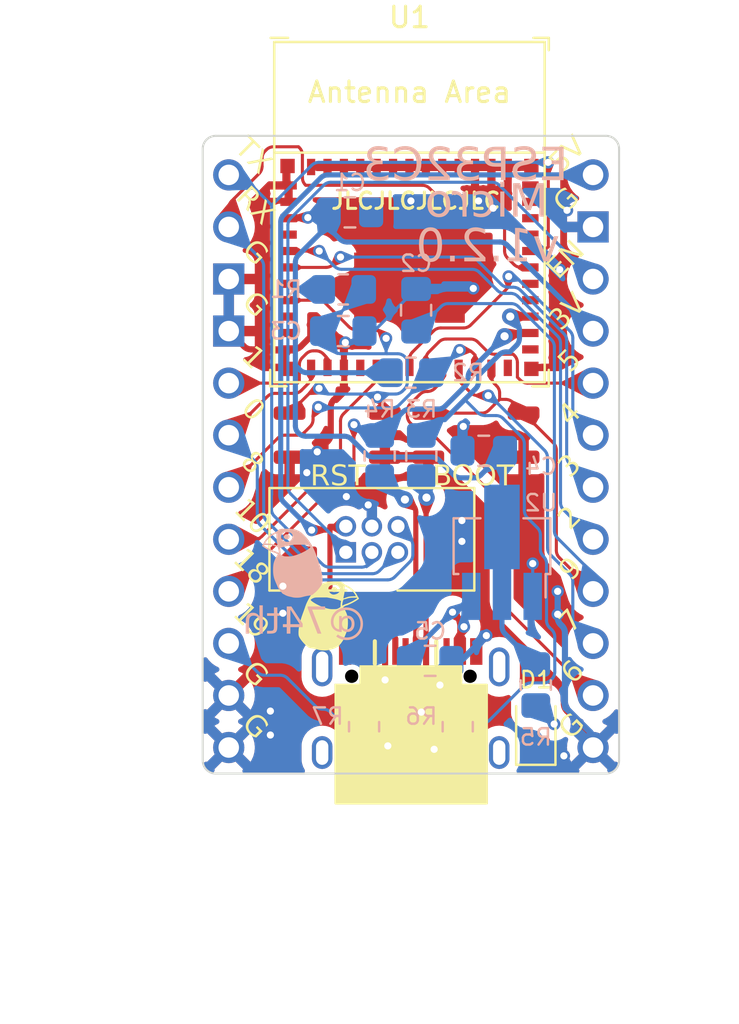
<source format=kicad_pcb>
(kicad_pcb (version 20221018) (generator pcbnew)
  (layers (0 "F.Cu" signal) (31 "B.Cu" signal) (34 "B.Paste" user) (35 "F.Paste" user) (36 "B.SilkS" user "B.Silkscreen") (37 "F.SilkS" user "F.Silkscreen") (38 "B.Mask" user) (39 "F.Mask" user) (44 "Edge.Cuts" user))
  (net 0 "")
  (net 1 "CHIP_PU")
  (net 2 "GND")
  (net 3 "+5V")
  (net 4 "+3V3")
  (net 5 "GPIO2")
  (net 6 "GPIO3")
  (net 7 "GPIO0")
  (net 8 "GPIO1")
  (net 9 "GPIO10")
  (net 10 "U0TXD")
  (net 11 "U0RXD")
  (net 12 "GPIO9")
  (net 13 "GPIO8")
  (net 14 "GPIO7")
  (net 15 "GPIO6")
  (net 16 "GPIO5")
  (net 17 "GPIO4")
  (net 18 "GPIO18")
  (net 19 "GPIO19")
  (net 20 "Net-(U1-EN{slash}CHIP_PU)")
  (net 21 "Net-(D5-A)")
  (net 22 "Net-(J4-D-)")
  (net 23 "Net-(J4-D+)")
  (net 24 "Net-(J4-CC1)")
  (net 25 "Net-(J4-CC2)")
  (footprint "$74th:74th-4mm" (layer "F.Cu") (at 94.9452 106.7816)
    (fp_text reference "G***" hide)
    (fp_text value "LOGO" hide)
  )
  (footprint "$74th:JLCJLCJLCJLC" (layer "F.Cu") (at 97.9424 86.7156)
    (fp_text reference "REF**" hide)
    (fp_text value "JLCJLCJLCJLC")
  )
  (footprint "$74th:ProMicro_LIKE_LEFT" (layer "F.Cu") (at 90.17 99.06)
    (fp_text reference "CH1" hide)
    (fp_text value "ProMicro-LeftPin")
  )
  (footprint "$74th:BoxPinHeader_2x03_P1.27mm_Vertical" (layer "F.Cu") (at 97.155 102.87 90)
    (fp_text reference "J1")
    (fp_text value "ESPProg-UART")
  )
  (footprint "$74th:ProMicro_LIKE_RIGHT" (layer "F.Cu") (at 107.95 100.33)
    (fp_text reference "CH2" hide)
    (fp_text value "ProMicro-RightPin")
  )
  (footprint "Espressif:ESP32-C3-MINI-1" (layer "F.Cu") (at 98.99 86.905)
    (fp_text reference "U1")
    (fp_text value "ESP32-C3-MINI-1")
  )
  (footprint "$74th:SKRPABE010" (layer "F.Cu") (at 95.465 97.79 180)
    (fp_text reference "SW1")
    (fp_text value "RESET")
  )
  (footprint "$74th:LED_0805_2012Metric_Pad1.15x1.40mm_HandSolder" (layer "F.Cu") (at 105.156 112.014 90)
    (fp_text reference "D1")
    (fp_text value "PWR")
  )
  (footprint "$74th:SKRPABE010" (layer "F.Cu") (at 102.235 97.79 180)
    (fp_text reference "SW2")
    (fp_text value "BOOT")
  )
  (footprint "$74th:USB-C-12-Pin-SMD" (layer "F.Cu") (at 99.06 113.175)
    (fp_text reference "J2" hide)
    (fp_text value "USB2.0_C")
  )
  (footprint "$74th:Register_0805_2012" (layer "B.Cu") (at 99.568 98.806 -90)
    (fp_text reference "R3")
    (fp_text value "0" hide)
  )
  (footprint "$74th:Register_0805_2012" (layer "B.Cu") (at 95.758 90.678 180)
    (fp_text reference "R1")
    (fp_text value "10k" hide)
  )
  (footprint "$74th:Capacitor_0805_2012" (layer "B.Cu") (at 102.616 98.552 180)
    (fp_text reference "C4")
    (fp_text value "100n" hide)
  )
  (footprint "$74th:Register_0805_2012" (layer "B.Cu") (at 96.774 112.014 90)
    (fp_text reference "R7")
    (fp_text value "5.1k" hide)
  )
  (footprint "$74th:Register_0805_2012" (layer "B.Cu") (at 101.346 112.014 90)
    (fp_text reference "R6")
    (fp_text value "5.1k" hide)
  )
  (footprint "$74th:Capacitor_0805_2012" (layer "B.Cu") (at 100 108.8)
    (fp_text reference "C5")
    (fp_text value "10u" hide)
  )
  (footprint "$74th:Capacitor_0805_2012" (layer "B.Cu") (at 95.758 92.71)
    (fp_text reference "C3")
    (fp_text value "100n" hide)
  )
  (footprint "$74th:Register_0805_2012" (layer "B.Cu") (at 97.536 98.806 -90)
    (fp_text reference "R4")
    (fp_text value "0" hide)
  )
  (footprint "$74th:Capacitor_0805_2012" (layer "B.Cu") (at 99.314 91.694 90)
    (fp_text reference "C2")
    (fp_text value "100n" hide)
  )
  (footprint "$74th:Capacitor_0805_2012" (layer "B.Cu") (at 96.0843 86.9188)
    (fp_text reference "C1")
    (fp_text value "10u" hide)
  )
  (footprint "$74th:Register_0805_2012" (layer "B.Cu") (at 105.156 109.982 90)
    (fp_text reference "R5")
    (fp_text value "1k" hide)
  )
  (footprint "$74th:74th-4mm" (layer "B.Cu") (at 93.376275 104.208808 180)
    (fp_text reference "G***" hide)
    (fp_text value "LOGO" hide)
  )
  (footprint "$74th:Regulator_AMS1117_SOT-89" (layer "B.Cu") (at 103.505 103.505 90)
    (fp_text reference "U2")
    (fp_text value "AMS1117-3.3")
  )
  (footprint "$74th:Register_0805_2012" (layer "B.Cu") (at 99.06 94.742 180)
    (fp_text reference "R2")
    (fp_text value "10k" hide)
  )
  (footprint "$74th:twitter" (layer "B.Cu") (at 94.8436 106.934 180)
    (fp_text reference "REF**" hide)
    (fp_text value "twitter" hide)
  )
  (gr_arc (start 109.22 113.665) (mid 109.034013 114.114013) (end 108.585 114.3) (stroke (width 0.1)) (layer "Edge.Cuts"))
  (gr_line (start 89.535 114.3) (end 108.585 114.3) (stroke (width 0.1)) (layer "Edge.Cuts"))
  (gr_line (start 89.535 83.185) (end 108.585 83.185) (stroke (width 0.1)) (layer "Edge.Cuts"))
  (gr_line (start 109.22 83.82) (end 109.22 113.665) (stroke (width 0.1)) (layer "Edge.Cuts"))
  (gr_line (start 88.9 113.665) (end 88.9 83.82) (stroke (width 0.1)) (layer "Edge.Cuts"))
  (gr_arc (start 108.585 83.185) (mid 109.034013 83.370987) (end 109.22 83.82) (stroke (width 0.1)) (layer "Edge.Cuts"))
  (gr_arc (start 89.535 114.3) (mid 89.085987 114.114013) (end 88.9 113.665) (stroke (width 0.1)) (layer "Edge.Cuts"))
  (gr_arc (start 88.9 83.82) (mid 89.085987 83.370987) (end 89.535 83.185) (stroke (width 0.1)) (layer "Edge.Cuts"))
  (gr_text "ESP32C3" (at 106.7308 84.6836) (layer "B.SilkS") (effects (font (size 1.6 1.6)) (justify left mirror)))
  (gr_text "Micro" (at 105.7656 86.4616) (layer "B.SilkS") (effects (font (size 1.6 1.6)) (justify left mirror)))
  (gr_text "v1.2.0" (at 106.3244 88.646) (layer "B.SilkS") (effects (font (size 1.6 1.6)) (justify left mirror)))
  (gr_text "EN" (at 106.6292 89.2556 45) (layer "F.SilkS") (effects (font (size 1 1) (thickness 0.12))))
  (gr_text "9" (at 106.8832 104.3432 45) (layer "F.SilkS") (effects (font (size 1 1) (thickness 0.12))))
  (gr_text "G" (at 91.44 109.474 315) (layer "F.SilkS") (effects (font (size 1 1) (thickness 0.12))))
  (gr_text "G" (at 91.44 112.014 315) (layer "F.SilkS") (effects (font (size 1 1) (thickness 0.12))))
  (gr_text "0" (at 91.3384 96.5708 315) (layer "F.SilkS") (effects (font (size 1 1) (thickness 0.12))))
  (gr_text "G" (at 106.68 86.36 45) (layer "F.SilkS") (effects (font (size 1 1) (thickness 0.12))))
  (gr_text "TX" (at 91.3384 84.1756 315) (layer "F.SilkS") (effects (font (size 1 1) (thickness 0.12))))
  (gr_text "RST" (at 95.504 99.822) (layer "F.SilkS") (effects (font (size 1 1) (thickness 0.12))))
  (gr_text "19" (at 91.2368 106.8832 315) (layer "F.SilkS") (effects (font (size 1 1) (thickness 0.12))))
  (gr_text "G" (at 91.44 91.44 315) (layer "F.SilkS") (effects (font (size 1 1) (thickness 0.12))))
  (gr_text "8" (at 91.2876 99.1616 315) (layer "F.SilkS") (effects (font (size 1 1) (thickness 0.12))))
  (gr_text "G" (at 91.44 88.9 315) (layer "F.SilkS") (effects (font (size 1 1) (thickness 0.12))))
  (gr_text "G" (at 106.934 112.014 45) (layer "F.SilkS") (effects (font (size 1 1) (thickness 0.12))))
  (gr_text "3" (at 106.8324 99.314 45) (layer "F.SilkS") (effects (font (size 1 1) (thickness 0.12))))
  (gr_text "7" (at 106.8832 106.8832 45) (layer "F.SilkS") (effects (font (size 1 1) (thickness 0.12))))
  (gr_text "5V" (at 106.7308 84.1248 45) (layer "F.SilkS") (effects (font (size 1 1) (thickness 0.12))))
  (gr_text "RX" (at 91.44 86.614 315) (layer "F.SilkS") (effects (font (size 1 1) (thickness 0.12))))
  (gr_text "5" (at 106.8324 94.1832 45) (layer "F.SilkS") (effects (font (size 1 1) (thickness 0.12))))
  (gr_text "6" (at 106.9848 109.3724 45) (layer "F.SilkS") (effects (font (size 1 1) (thickness 0.12))))
  (gr_text "BOOT" (at 102.108 99.822) (layer "F.SilkS") (effects (font (size 1 1) (thickness 0.12))))
  (gr_text "10" (at 91.2876 101.8032 -45) (layer "F.SilkS") (effects (font (size 1 1) (thickness 0.12))))
  (gr_text "3V" (at 106.7308 91.7956 45) (layer "F.SilkS") (effects (font (size 1 1) (thickness 0.12))))
  (gr_text "18\n" (at 91.2368 104.2416 -45) (layer "F.SilkS") (effects (font (size 1 1) (thickness 0.12))))
  (gr_text "1" (at 91.3384 94.0308 315) (layer "F.SilkS") (effects (font (size 1 1) (thickness 0.12))))
  (gr_text "2" (at 106.8324 101.854 45) (layer "F.SilkS") (effects (font (size 1 1) (thickness 0.12))))
  (gr_text "4" (at 106.8324 96.774 45) (layer "F.SilkS") (effects (font (size 1 1) (thickness 0.12))))
  (segment (start 95.154107 85.4492) (end 103.022093 85.4492) (width 0.15) (layer "B.Cu") (net 1))
  (segment (start 93.0564 100.313293) (end 93.0564 87.546907) (width 0.15) (layer "B.Cu") (net 1))
  (segment (start 95.885 103.349) (end 93.202846 100.666846) (width 0.15) (layer "B.Cu") (net 1))
  (segment (start 103.375647 85.595647) (end 107.95 90.17) (width 0.15) (layer "B.Cu") (net 1))
  (segment (start 95.885 103.505) (end 95.885 103.349) (width 0.15) (layer "B.Cu") (net 1))
  (segment (start 93.202847 87.193353) (end 94.800554 85.595646) (width 0.15) (layer "B.Cu") (net 1))
  (arc (start 103.022093 85.4492) (mid 103.213435 85.48726) (end 103.375647 85.595647) (width 0.15) (layer "B.Cu") (net 1))
  (arc (start 94.800554 85.595646) (mid 94.962766 85.48726) (end 95.154107 85.4492) (width 0.15) (layer "B.Cu") (net 1))
  (arc (start 93.202846 100.666846) (mid 93.09446 100.504634) (end 93.0564 100.313293) (width 0.15) (layer "B.Cu") (net 1))
  (arc (start 93.202847 87.193353) (mid 93.09446 87.355565) (end 93.0564 87.546907) (width 0.15) (layer "B.Cu") (net 1))
  (segment (start 95.79 93.3384) (end 95.8596 93.2688) (width 0.3) (layer "F.Cu") (net 2))
  (segment (start 95.1484 97.735293) (end 95.1484 96.422307) (width 0.3) (layer "F.Cu") (net 2))
  (segment (start 102.396447 107.915553) (end 102.743 107.569) (width 0.3) (layer "F.Cu") (net 2))
  (segment (start 93.628307 107.2388) (end 94.992093 107.2388) (width 0.3) (layer "F.Cu") (net 2))
  (segment (start 95.294847 96.068753) (end 95.662354 95.701246) (width 0.3) (layer "F.Cu") (net 2))
  (segment (start 106.381153 109.987953) (end 103.676846 107.283646) (width 0.3) (layer "F.Cu") (net 2))
  (segment (start 99.568 112.4902) (end 100.1949 113.1171) (width 0.3) (layer "F.Cu") (net 2))
  (segment (start 94.390307 92.964) (end 95.347693 92.964) (width 0.3) (layer "F.Cu") (net 2))
  (segment (start 94.19 84.705) (end 102.99 84.705) (width 0.3) (layer "F.Cu") (net 2))
  (segment (start 94.488 98.6028) (end 95.001954 98.088846) (width 0.3) (layer "F.Cu") (net 2))
  (segment (start 99.568 111.3028) (end 99.568 112.4902) (width 0.3) (layer "F.Cu") (net 2))
  (segment (start 95.8088 94.5238) (end 95.79 94.505) (width 0.3) (layer "F.Cu") (net 2))
  (segment (start 95.345647 107.385247) (end 95.703554 107.743154) (width 0.3) (layer "F.Cu") (net 2))
  (segment (start 93.09 93.605) (end 91.272107 93.605) (width 0.3) (layer "F.Cu") (net 2))
  (segment (start 90.918553 93.458553) (end 90.17 92.71) (width 0.3) (layer "F.Cu") (net 2))
  (segment (start 107.95 113.03) (end 107.95 112.729107) (width 0.3) (layer "F.Cu") (net 2))
  (segment (start 90.17 110.49) (end 93.274754 107.385246) (width 0.3) (layer "F.Cu") (net 2))
  (segment (start 95.79 94.505) (end 95.79 93.3384) (width 0.3) (layer "F.Cu") (net 2))
  (segment (start 93.688647 93.458553) (end 94.036754 93.110446) (width 0.3) (layer "F.Cu") (net 2))
  (segment (start 107.803553 112.375553) (end 106.674046 111.246046) (width 0.3) (layer "F.Cu") (net 2))
  (segment (start 95.8088 95.347693) (end 95.8088 94.5238) (width 0.3) (layer "F.Cu") (net 2))
  (segment (start 106.5276 110.892493) (end 106.5276 110.341507) (width 0.3) (layer "F.Cu") (net 2))
  (segment (start 102.25 108.345) (end 102.25 108.269107) (width 0.3) (layer "F.Cu") (net 2))
  (segment (start 103.323293 107.1372) (end 103.1748 107.1372) (width 0.3) (layer "F.Cu") (net 2))
  (segment (start 93.09 93.605) (end 93.335093 93.605) (width 0.3) (layer "F.Cu") (net 2))
  (segment (start 95.701247 93.110447) (end 95.8596 93.2688) (width 0.3) (layer "F.Cu") (net 2))
  (segment (start 95.85 108.096707) (end 95.85 108.345) (width 0.3) (layer "F.Cu") (net 2))
  (segment (start 103.1748 107.1372) (end 102.743 107.569) (width 0.3) (layer "F.Cu") (net 2))
  (via (at 99.06 86.36) (size 0.6) (drill 0.35) (layers "F.Cu" "B.Cu") (net 2))
  (via (at 103.0732 86.7156) (size 0.6) (drill 0.35) (layers "F.Cu" "B.Cu") (net 2))
  (via (at 102.362 86.36) (size 0.6) (drill 0.35) (layers "F.Cu" "B.Cu") (net 2))
  (via (at 97.9334 112.9504) (size 0.6) (drill 0.35) (layers "F.Cu" "B.Cu") (net 2))
  (via (at 95.8596 93.2688) (size 0.6) (drill 0.35) (layers "F.Cu" "B.Cu") (net 2))
  (via (at 96.9772 101.1936) (size 0.6) (drill 0.35) (layers "F.Cu" "B.Cu") (net 2))
  (via (at 99.568 111.3028) (size 0.6) (drill 0.35) (layers "F.Cu" "B.Cu") (net 2))
  (via (at 106.3244 89.7128) (size 0.6) (drill 0.35) (layers "F.Cu" "B.Cu") (net 2))
  (via (at 100.1949 113.1171) (size 0.6) (drill 0.35) (layers "F.Cu" "B.Cu") (net 2))
  (via (at 106.2228 106.5276) (size 0.6) (drill 0.35) (layers "F.Cu" "B.Cu") (net 2))
  (via (at 101.5492 102.9716) (size 0.6) (drill 0.35) (layers "F.Cu" "B.Cu") (net 2))
  (via (at 106.2228 105.41) (size 0.6) (drill 0.35) (layers "F.Cu" "B.Cu") (net 2))
  (via (at 106.5276 113.4364) (size 0.6) (drill 0.35) (layers "F.Cu" "B.Cu") (net 2))
  (via (at 102.1052 90.6301) (size 0.6) (drill 0.35) (layers "F.Cu" "B.Cu") (net 2))
  (via (at 93.98 99.6188) (size 0.6) (drill 0.35) (layers "F.Cu" "B.Cu") (net 2))
  (via (at 105.005 104.0545) (size 0.6) (drill 0.35) (layers "F.Cu" "B.Cu") (net 2))
  (via (at 92.8116 106.4768) (size 0.6) (drill 0.35) (layers "F.Cu" "B.Cu") (net 2))
  (via (at 92.8116 105.156) (size 0.6) (drill 0.35) (layers "F.Cu" "B.Cu") (net 2))
  (via (at 101.5492 101.9556) (size 0.6) (drill 0.35) (layers "F.Cu" "B.Cu") (net 2))
  (via (at 92.202 112.4204) (size 0.6) (drill 0.35) (layers "F.Cu" "B.Cu") (net 2))
  (via (at 106.68 86.8172) (size 0.6) (drill 0.35) (layers "F.Cu" "B.Cu") (net 2))
  (via (at 92.202 111.252) (size 0.6) (drill 0.35) (layers "F.Cu" "B.Cu") (net 2))
  (via (at 94.488 98.6028) (size 0.6) (drill 0.35) (layers "F.Cu" "B.Cu") (net 2))
  (via (at 101.6177 97.3624) (size 0.6) (drill 0.35) (layers "F.Cu" "B.Cu") (net 2))
  (via (at 95.9104 100.7872) (size 0.6) (drill 0.35) (layers "F.Cu" "B.Cu") (net 2))
  (via (at 102.743 107.569) (size 0.6) (drill 0.35) (layers "F.Cu" "B.Cu") (net 2))
  (arc (start 94.036754 93.110446) (mid 94.198966 93.00206) (end 94.390307 92.964) (width 0.3) (layer "F.Cu") (net 2))
  (arc (start 106.5276 110.892493) (mid 106.56566 111.083834) (end 106.674046 111.246046) (width 0.3) (layer "F.Cu") (net 2))
  (arc (start 106.5276 110.341507) (mid 106.48954 110.150165) (end 106.381153 109.987953) (width 0.3) (layer "F.Cu") (net 2))
  (arc (start 93.688647 93.458553) (mid 93.526435 93.56694) (end 93.335093 93.605) (width 0.3) (layer "F.Cu") (net 2))
  (arc (start 102.396447 107.915553) (mid 102.28806 108.077765) (end 102.25 108.269107) (width 0.3) (layer "F.Cu") (net 2))
  (arc (start 107.803553 112.375553) (mid 107.91194 112.537765) (end 107.95 112.729107) (width 0.3) (layer "F.Cu") (net 2))
  (arc (start 93.628307 107.2388) (mid 93.436966 107.27686) (end 93.274754 107.385246) (width 0.3) (layer "F.Cu") (net 2))
  (arc (start 95.8088 95.347693) (mid 95.77074 95.539034) (end 95.662354 95.701246) (width 0.3) (layer "F.Cu") (net 2))
  (arc (start 95.345647 107.385247) (mid 95.183435 107.27686) (end 94.992093 107.2388) (width 0.3) (layer "F.Cu") (net 2))
  (arc (start 91.272107 93.605) (mid 91.080765 93.56694) (end 90.918553 93.458553) (width 0.3) (layer "F.Cu") (net 2))
  (arc (start 95.1484 97.735293) (mid 95.11034 97.926634) (end 95.001954 98.088846) (width 0.3) (layer "F.Cu") (net 2))
  (arc (start 95.347693 92.964) (mid 95.539035 93.00206) (end 95.701247 93.110447) (width 0.3) (layer "F.Cu") (net 2))
  (arc (start 103.323293 107.1372) (mid 103.514634 107.17526) (end 103.676846 107.283646) (width 0.3) (layer "F.Cu") (net 2))
  (arc (start 95.703554 107.743154) (mid 95.81194 107.905366) (end 95.85 108.096707) (width 0.3) (layer "F.Cu") (net 2))
  (arc (start 95.1484 96.422307) (mid 95.18646 96.230965) (end 95.294847 96.068753) (width 0.3) (layer "F.Cu") (net 2))
  (segment (start 101.2429 113.1171) (end 101.346 113.014) (width 0.15) (layer "B.Cu") (net 2))
  (segment (start 100.958607 108.8) (end 101.0375 108.8) (width 0.15) (layer "B.Cu") (net 2))
  (segment (start 101.304893 108.8) (end 101.0375 108.8) (width 0.3) (layer "B.Cu") (net 2))
  (segment (start 99.568 111.3028) (end 99.568 110.044371) (width 0.3) (layer "B.Cu") (net 2))
  (segment (start 102.743 107.569) (end 101.658446 108.653554) (width 0.3) (layer "B.Cu") (net 2))
  (segment (start 107.95 112.627507) (end 107.95 113.03) (width 0.3) (layer "B.Cu") (net 2))
  (segment (start 106.369247 107.029647) (end 106.431954 107.092354) (width 0.3) (layer "B.Cu") (net 2))
  (segment (start 100.812372 108.8) (end 101.0375 108.8) (width 0.3) (layer "B.Cu") (net 2))
  (segment (start 106.2228 106.5276) (end 106.2228 106.676093) (width 0.3) (layer "B.Cu") (net 2))
  (segment (start 106.2228 106.5276) (end 106.2228 105.41) (width 0.3) (layer "B.Cu") (net 2))
  (segment (start 95.8596 93.2688) (end 96.029593 93.2688) (width 0.3) (layer "B.Cu") (net 2))
  (segment (start 101.6177 97.3624) (end 101.6177 98.5128) (width 0.15) (layer "B.Cu") (net 2))
  (segment (start 100.1949 113.1171) (end 101.2429 113.1171) (width 0.15) (layer "B.Cu") (net 2))
  (segment (start 97.9334 112.9504) (end 96.8376 112.9504) (width 0.15) (layer "B.Cu") (net 2))
  (segment (start 99.3404 90.6301) (end 99.314 90.6565) (width 0.15) (layer "B.Cu") (net 2))
  (segment (start 99.314 90.6565) (end 97.406946 92.563554) (width 0.15) (layer "B.Cu") (net 2))
  (segment (start 102.1052 90.6301) (end 99.3404 90.6301) (width 0.15) (layer "B.Cu") (net 2))
  (segment (start 99.568 110.044371) (end 100.812372 108.8) (width 0.3) (layer "B.Cu") (net 2))
  (segment (start 101.6177 98.5128) (end 101.5785 98.552) (width 0.15) (layer "B.Cu") (net 2))
  (segment (start 97.053393 92.71) (end 96.7955 92.71) (width 0.15) (layer "B.Cu") (net 2))
  (segment (start 96.8376 112.9504) (end 96.774 113.014) (width 0.15) (layer "B.Cu") (net 2))
  (segment (start 106.724847 111.195247) (end 107.803554 112.273954) (width 0.3) (layer "B.Cu") (net 2))
  (segment (start 101.0375 108.8) (end 100.8008 108.8) (width 0.15) (layer "B.Cu") (net 2))
  (segment (start 96.383147 93.122353) (end 96.7955 92.71) (width 0.3) (layer "B.Cu") (net 2))
  (segment (start 105.005 105.655) (end 105.005 104.0545) (width 0.15) (layer "B.Cu") (net 2))
  (segment (start 106.5784 107.445907) (end 106.5784 110.841693) (width 0.3) (layer "B.Cu") (net 2))
  (arc (start 97.406946 92.563554) (mid 97.244734 92.67194) (end 97.053393 92.71) (width 0.15) (layer "B.Cu") (net 2))
  (arc (start 106.431954 107.092354) (mid 106.54034 107.254566) (end 106.5784 107.445907) (width 0.3) (layer "B.Cu") (net 2))
  (arc (start 106.724847 111.195247) (mid 106.61646 111.033035) (end 106.5784 110.841693) (width 0.3) (layer "B.Cu") (net 2))
  (arc (start 96.029593 93.2688) (mid 96.220935 93.23074) (end 96.383147 93.122353) (width 0.3) (layer "B.Cu") (net 2))
  (arc (start 107.95 112.627507) (mid 107.91194 112.436166) (end 107.803554 112.273954) (width 0.3) (layer "B.Cu") (net 2))
  (arc (start 106.2228 106.676093) (mid 106.26086 106.867435) (end 106.369247 107.029647) (width 0.3) (layer "B.Cu") (net 2))
  (arc (start 101.658446 108.653554) (mid 101.496234 108.76194) (end 101.304893 108.8) (width 0.3) (layer "B.Cu") (net 2))
  (segment (start 96.667153 107.575053) (end 95.256346 106.164246) (width 0.25) (layer "F.Cu") (net 3))
  (segment (start 100.933447 110.546553) (end 101.078554 110.401446) (width 0.25) (layer "F.Cu") (net 3))
  (segment (start 95.1099 102.4216) (end 94.2149 102.4216) (width 0.25) (layer "F.Cu") (net 3))
  (segment (start 101.45 107.338) (end 101.45 106.991107) (width 0.25) (layer "F.Cu") (net 3))
  (segment (start 97.895466 110.693) (end 100.579893 110.693) (width 0.25) (layer "F.Cu") (net 3))
  (segment (start 95.1099 105.810693) (end 95.1099 102.4216) (width 0.25) (layer "F.Cu") (net 3))
  (segment (start 95.885 102.235) (end 95.1099 102.235) (width 0.25) (layer "F.Cu") (net 3))
  (segment (start 95.1099 102.4216) (end 95.1099 102.235) (width 0.25) (layer "F.Cu") (net 3))
  (segment (start 96.9772 108.879196) (end 96.9772 109.774852) (width 0.25) (layer "F.Cu") (net 3))
  (segment (start 101.25 108.545) (end 101.45 108.345) (width 0.25) (layer "F.Cu") (net 3))
  (segment (start 101.303553 106.637553) (end 101.092 106.426) (width 0.25) (layer "F.Cu") (net 3))
  (segment (start 101.45 108.345) (end 101.45 107.338) (width 0.25) (layer "F.Cu") (net 3))
  (segment (start 97.123696 110.128455) (end 97.541962 110.546603) (width 0.25) (layer "F.Cu") (net 3))
  (segment (start 96.8136 108.5085) (end 96.8136 107.928607) (width 0.25) (layer "F.Cu") (net 3))
  (segment (start 96.8136 108.5085) (end 96.830645 108.525535) (width 0.25) (layer "F.Cu") (net 3))
  (segment (start 101.225 110.047893) (end 101.225 108.57) (width 0.25) (layer "F.Cu") (net 3))
  (segment (start 101.45 107.338) (end 101.651 107.137) (width 0.25) (layer "F.Cu") (net 3))
  (segment (start 96.65 108.345) (end 96.8136 108.5085) (width 0.25) (layer "F.Cu") (net 3))
  (segment (start 101.225 108.57) (end 101.25 108.545) (width 0.25) (layer "F.Cu") (net 3))
  (via (at 94.2149 102.4216) (size 0.6) (drill 0.35) (layers "F.Cu" "B.Cu") (net 3))
  (via (at 101.651 107.137) (size 0.6) (drill 0.35) (layers "F.Cu" "B.Cu") (net 3))
  (via (at 101.092 106.426) (size 0.6) (drill 0.35) (layers "F.Cu" "B.Cu") (net 3))
  (arc (start 96.9772 108.879196) (mid 96.939111 108.687784) (end 96.830645 108.525535) (width 0.25) (layer "F.Cu") (net 3))
  (arc (start 95.1099 105.810693) (mid 95.14796 106.002034) (end 95.256346 106.164246) (width 0.25) (layer "F.Cu") (net 3))
  (arc (start 101.078554 110.401446) (mid 101.18694 110.239234) (end 101.225 110.047893) (width 0.25) (layer "F.Cu") (net 3))
  (arc (start 96.667153 107.575053) (mid 96.77554 107.737265) (end 96.8136 107.928607) (width 0.25) (layer "F.Cu") (net 3))
  (arc (start 96.9772 109.774852) (mid 97.015274 109.966226) (end 97.123696 110.128455) (width 0.25) (layer "F.Cu") (net 3))
  (arc (start 97.895466 110.693) (mid 97.704157 110.654953) (end 97.541962 110.546603) (width 0.25) (layer "F.Cu") (net 3))
  (arc (start 101.45 106.991107) (mid 101.41194 106.799765) (end 101.303553 106.637553) (width 0.25) (layer "F.Cu") (net 3))
  (arc (start 100.933447 110.546553) (mid 100.771235 110.65494) (end 100.579893 110.693) (width 0.25) (layer "F.Cu") (net 3))
  (segment (start 101.651 106.009) (end 102.005 105.655) (width 0.25) (layer "B.Cu") (net 3))
  (segment (start 94.658653 85.236447) (end 92.852646 87.042454) (width 0.25) (layer "B.Cu") (net 3))
  (segment (start 107.95 85.09) (end 95.012207 85.09) (width 0.25) (layer "B.Cu") (net 3))
  (segment (start 92.7062 87.396007) (end 92.7062 100.705793) (width 0.25) (layer "B.Cu") (net 3))
  (segment (start 92.852647 101.059347) (end 94.2149 102.4216) (width 0.25) (layer "B.Cu") (net 3))
  (segment (start 98.9625 108.762607) (end 98.9625 108.8) (width 0.25) (layer "B.Cu") (net 3))
  (segment (start 101.092 106.426) (end 101.234 106.426) (width 0.25) (layer "B.Cu") (net 3))
  (segment (start 101.092 106.426) (end 99.108946 108.409054) (width 0.25) (layer "B.Cu") (net 3))
  (segment (start 101.234 106.426) (end 101.651 106.009) (width 0.25) (layer "B.Cu") (net 3))
  (segment (start 101.651 107.137) (end 101.651 106.009) (width 0.25) (layer "B.Cu") (net 3))
  (arc (start 92.7062 87.396007) (mid 92.74426 87.204666) (end 92.852646 87.042454) (width 0.25) (layer "B.Cu") (net 3))
  (arc (start 94.658653 85.236447) (mid 94.820865 85.12806) (end 95.012207 85.09) (width 0.25) (layer "B.Cu") (net 3))
  (arc (start 99.108946 108.409054) (mid 99.00056 108.571266) (end 98.9625 108.762607) (width 0.25) (layer "B.Cu") (net 3))
  (arc (start 92.7062 100.705793) (mid 92.74426 100.897135) (end 92.852647 101.059347) (width 0.25) (layer "B.Cu") (net 3))
  (segment (start 93.1222 87.1728) (end 93.09 87.205) (width 0.25) (layer "F.Cu") (net 4))
  (segment (start 94.0308 87.1728) (end 93.1222 87.1728) (width 0.25) (layer "F.Cu") (net 4))
  (via (at 94.0308 87.1728) (size 0.6) (drill 0.35) (layers "F.Cu" "B.Cu") (net 4))
  (segment (start 101.502107 99.8728) (end 102.125915 99.8728) (width 0.25) (layer "B.Cu") (net 4))
  (segment (start 93.4212 90.678) (end 93.4212 89.361107) (width 0.25) (layer "B.Cu") (net 4))
  (segment (start 103.505 105.568) (end 103.505 105.5675) (width 0.25) (layer "B.Cu") (net 4))
  (segment (start 94.9729 87.6023) (end 95.0468 87.5284) (width 0.25) (layer "B.Cu") (net 4))
  (segment (start 93.567647 97.682447) (end 93.579554 97.694354) (width 0.25) (layer "B.Cu") (net 4))
  (segment (start 100.425447 99.003247) (end 101.148554 99.726354) (width 0.25) (layer "B.Cu") (net 4))
  (segment (start 96.158447 97.987247) (end 96.881554 98.710354) (width 0.25) (layer "B.Cu") (net 4))
  (segment (start 95.0468 86.9188) (end 94.491907 86.9188) (width 0.25) (layer "B.Cu") (net 4))
  (segment (start 93.933107 97.8408) (end 95.804893 97.8408) (width 0.25) (layer "B.Cu") (net 4))
  (segment (start 103.651447 107.477447) (end 105.156 108.982) (width 0.25) (layer "B.Cu") (net 4))
  (segment (start 93.4212 94.3805) (end 93.636254 94.595554) (width 0.25) (layer "B.Cu") (net 4))
  (segment (start 102.479442 99.72638) (end 103.654 98.552) (width 0.25) (layer "B.Cu") (net 4))
  (segment (start 103.505 105.5675) (end 103.505 98.908001) (width 0.25) (layer "B.Cu") (net 4))
  (segment (start 95.0468 87.5284) (end 95.0468 86.9188) (width 0.25) (layer "B.Cu") (net 4))
  (segment (start 93.4212 94.3805) (end 93.4212 97.328893) (width 0.25) (layer "B.Cu") (net 4))
  (segment (start 103.651923 98.553972) (end 103.6537 98.5522) (width 0.25) (layer "B.Cu") (net 4))
  (segment (start 94.758 90.678) (end 93.4212 90.678) (width 0.25) (layer "B.Cu") (net 4))
  (segment (start 103.654 98.552) (end 103.6537 98.5522) (width 0.25) (layer "B.Cu") (net 4))
  (segment (start 103.397493 88.3646) (end 95.942307 88.3646) (width 0.25) (layer "B.Cu") (net 4))
  (segment (start 97.235107 98.8568) (end 100.071893 98.8568) (width 0.25) (layer "B.Cu") (net 4))
  (segment (start 95.588753 88.218153) (end 94.9729 87.6023) (width 0.25) (layer "B.Cu") (net 4))
  (segment (start 93.4212 94.3805) (end 93.4212 90.678) (width 0.25) (layer "B.Cu") (net 4))
  (segment (start 103.505 105.568) (end 103.505 107.123893) (width 0.25) (layer "B.Cu") (net 4))
  (segment (start 94.138353 87.065247) (end 94.0308 87.1728) (width 0.25) (layer "B.Cu") (net 4))
  (segment (start 107.95 92.71) (end 103.751046 88.511046) (width 0.25) (layer "B.Cu") (net 4))
  (segment (start 93.989807 94.742) (end 98.06 94.742) (width 0.25) (layer "B.Cu") (net 4))
  (segment (start 103.6535 98.552) (end 103.6537 98.5522) (width 0.25) (layer "B.Cu") (net 4))
  (segment (start 93.567647 89.007553) (end 94.9729 87.6023) (width 0.25) (layer "B.Cu") (net 4))
  (arc (start 96.881554 98.710354) (mid 97.043766 98.81874) (end 97.235107 98.8568) (width 0.25) (layer "B.Cu") (net 4))
  (arc (start 93.567647 89.007553) (mid 93.45926 89.169765) (end 93.4212 89.361107) (width 0.25) (layer "B.Cu") (net 4))
  (arc (start 96.158447 97.987247) (mid 95.996235 97.87886) (end 95.804893 97.8408) (width 0.25) (layer "B.Cu") (net 4))
  (arc (start 103.505 107.123893) (mid 103.54306 107.315235) (end 103.651447 107.477447) (width 0.25) (layer "B.Cu") (net 4))
  (arc (start 95.942307 88.3646) (mid 95.750965 88.32654) (end 95.588753 88.218153) (width 0.25) (layer "B.Cu") (net 4))
  (arc (start 103.505 98.908001) (mid 103.543189 98.716348) (end 103.651923 98.553972) (width 0.25) (layer "B.Cu") (net 4))
  (arc (start 94.138353 87.065247) (mid 94.300565 86.95686) (end 94.491907 86.9188) (width 0.25) (layer "B.Cu") (net 4))
  (arc (start 100.425447 99.003247) (mid 100.263235 98.89486) (end 100.071893 98.8568) (width 0.25) (layer "B.Cu") (net 4))
  (arc (start 101.502107 99.8728) (mid 101.310766 99.83474) (end 101.148554 99.726354) (width 0.25) (layer "B.Cu") (net 4))
  (arc (start 93.567647 97.682447) (mid 93.45926 97.520235) (end 93.4212 97.328893) (width 0.25) (layer "B.Cu") (net 4))
  (arc (start 93.636254 94.595554) (mid 93.798466 94.70394) (end 93.989807 94.742) (width 0.25) (layer "B.Cu") (net 4))
  (arc (start 102.125915 99.8728) (mid 102.317239 99.834747) (end 102.479442 99.72638) (width 0.25) (layer "B.Cu") (net 4))
  (arc (start 103.397493 88.3646) (mid 103.588834 88.40266) (end 103.751046 88.511046) (width 0.25) (layer "B.Cu") (net 4))
  (arc (start 93.579554 97.694354) (mid 93.741766 97.80274) (end 93.933107 97.8408) (width 0.25) (layer "B.Cu") (net 4))
  (segment (start 93.09 88.805) (end 94.5835 88.805) (width 0.15) (layer "F.Cu") (net 5))
  (via (at 94.5835 88.805) (size 0.6) (drill 0.35) (layers "F.Cu" "B.Cu") (net 5))
  (segment (start 106.509047 101.429047) (end 107.95 102.87) (width 0.15) (layer "B.Cu") (net 5))
  (segment (start 94.5835 88.805) (end 95.329254 89.550754) (width 0.15) (layer "B.Cu") (net 5))
  (segment (start 102.399847 89.843647) (end 103.280854 90.724654) (width 0.15) (layer "B.Cu") (net 5))
  (segment (start 103.634407 90.8711) (end 103.926793 90.8711) (width 0.15) (layer "B.Cu") (net 5))
  (segment (start 106.3626 93.306907) (end 106.3626 101.075493) (width 0.15) (layer "B.Cu") (net 5))
  (segment (start 104.280347 91.017547) (end 106.216154 92.953354) (width 0.15) (layer "B.Cu") (net 5))
  (segment (start 95.682807 89.6972) (end 102.046293 89.6972) (width 0.15) (layer "B.Cu") (net 5))
  (arc (start 103.926793 90.8711) (mid 104.118135 90.90916) (end 104.280347 91.017547) (width 0.15) (layer "B.Cu") (net 5))
  (arc (start 95.329254 89.550754) (mid 95.491466 89.65914) (end 95.682807 89.6972) (width 0.15) (layer "B.Cu") (net 5))
  (arc (start 102.399847 89.843647) (mid 102.237635 89.73526) (end 102.046293 89.6972) (width 0.15) (layer "B.Cu") (net 5))
  (arc (start 106.3626 101.075493) (mid 106.40066 101.266835) (end 106.509047 101.429047) (width 0.15) (layer "B.Cu") (net 5))
  (arc (start 106.3626 93.306907) (mid 106.32454 93.115566) (end 106.216154 92.953354) (width 0.15) (layer "B.Cu") (net 5))
  (arc (start 103.634407 90.8711) (mid 103.443066 90.83304) (end 103.280854 90.724654) (width 0.15) (layer "B.Cu") (net 5))
  (segment (start 94.911893 89.605) (end 93.09 89.605) (width 0.15) (layer "F.Cu") (net 6))
  (segment (start 95.6239 89.1001) (end 95.265446 89.458554) (width 0.15) (layer "F.Cu") (net 6))
  (via (at 95.6239 89.1001) (size 0.6) (drill 0.35) (layers "F.Cu" "B.Cu") (net 6))
  (arc (start 95.265446 89.458554) (mid 95.103234 89.56694) (end 94.911893 89.605) (width 0.15) (layer "F.Cu") (net 6))
  (segment (start 106.809147 99.189147) (end 107.95 100.33) (width 0.15) (layer "B.Cu") (net 6))
  (segment (start 102.288147 89.246547) (end 103.466154 90.424554) (width 0.15) (layer "B.Cu") (net 6))
  (segment (start 106.6627 93.179807) (end 106.6627 98.835593) (width 0.15) (layer "B.Cu") (net 6))
  (segment (start 104.407447 90.717447) (end 106.516254 92.826254) (width 0.15) (layer "B.Cu") (net 6))
  (segment (start 103.819707 90.571) (end 104.053893 90.571) (width 0.15) (layer "B.Cu") (net 6))
  (segment (start 95.6239 89.1001) (end 101.934593 89.1001) (width 0.15) (layer "B.Cu") (net 6))
  (arc (start 104.053893 90.571) (mid 104.245235 90.60906) (end 104.407447 90.717447) (width 0.15) (layer "B.Cu") (net 6))
  (arc (start 102.288147 89.246547) (mid 102.125935 89.13816) (end 101.934593 89.1001) (width 0.15) (layer "B.Cu") (net 6))
  (arc (start 106.6627 93.179807) (mid 106.62464 92.988466) (end 106.516254 92.826254) (width 0.15) (layer "B.Cu") (net 6))
  (arc (start 103.466154 90.424554) (mid 103.628366 90.53294) (end 103.819707 90.571) (width 0.15) (layer "B.Cu") (net 6))
  (arc (start 106.809147 99.189147) (mid 106.70076 99.026935) (end 106.6627 98.835593) (width 0.15) (layer "B.Cu") (net 6))
  (segment (start 94.19 94.505) (end 94.19 94.922993) (width 0.15) (layer "F.Cu") (net 7))
  (segment (start 92.062553 95.897447) (end 90.17 97.79) (width 0.15) (layer "F.Cu") (net 7))
  (segment (start 93.361993 95.751) (end 92.416107 95.751) (width 0.15) (layer "F.Cu") (net 7))
  (segment (start 94.043553 95.276547) (end 93.715546 95.604554) (width 0.15) (layer "F.Cu") (net 7))
  (arc (start 92.416107 95.751) (mid 92.224765 95.78906) (end 92.062553 95.897447) (width 0.15) (layer "F.Cu") (net 7))
  (arc (start 94.19 94.922993) (mid 94.15194 95.114335) (end 94.043553 95.276547) (width 0.15) (layer "F.Cu") (net 7))
  (arc (start 93.361993 95.751) (mid 93.553334 95.71294) (end 93.715546 95.604554) (width 0.15) (layer "F.Cu") (net 7))
  (segment (start 97.921793 104.8508) (end 94.593107 104.8508) (width 0.15) (layer "B.Cu") (net 7))
  (segment (start 99.1559 103.173007) (end 99.1559 103.616693) (width 0.15) (layer "B.Cu") (net 7))
  (segment (start 94.239553 104.704353) (end 91.708446 102.173246) (width 0.15) (layer "B.Cu") (net 7))
  (segment (start 99.009454 103.970246) (end 98.275347 104.704353) (width 0.15) (layer "B.Cu") (net 7))
  (segment (start 91.562 101.819693) (end 91.562 99.389107) (width 0.15) (layer "B.Cu") (net 7))
  (segment (start 91.415554 99.035554) (end 90.17 97.79) (width 0.15) (layer "B.Cu") (net 7))
  (segment (start 98.425 102.235) (end 99.009453 102.819453) (width 0.15) (layer "B.Cu") (net 7))
  (arc (start 99.009453 102.819453) (mid 99.11784 102.981665) (end 99.1559 103.173007) (width 0.15) (layer "B.Cu") (net 7))
  (arc (start 94.239553 104.704353) (mid 94.401765 104.81274) (end 94.593107 104.8508) (width 0.15) (layer "B.Cu") (net 7))
  (arc (start 98.275347 104.704353) (mid 98.113135 104.81274) (end 97.921793 104.8508) (width 0.15) (layer "B.Cu") (net 7))
  (arc (start 99.1559 103.616693) (mid 99.11784 103.808034) (end 99.009454 103.970246) (width 0.15) (layer "B.Cu") (net 7))
  (arc (start 91.562 99.389107) (mid 91.52394 99.197766) (end 91.415554 99.035554) (width 0.15) (layer "B.Cu") (net 7))
  (arc (start 91.708446 102.173246) (mid 91.60006 102.011034) (end 91.562 101.819693) (width 0.15) (layer "B.Cu") (net 7))
  (segment (start 94.99 94.505) (end 94.99 94.237907) (width 0.15) (layer "F.Cu") (net 8))
  (segment (start 93.5228 95.25) (end 90.17 95.25) (width 0.15) (layer "F.Cu") (net 8))
  (segment (start 93.6151 94.362007) (end 93.6151 95.1577) (width 0.15) (layer "F.Cu") (net 8))
  (segment (start 93.948354 93.821646) (end 93.761547 94.008453) (width 0.15) (layer "F.Cu") (net 8))
  (segment (start 93.6151 95.1577) (end 93.5228 95.25) (width 0.15) (layer "F.Cu") (net 8))
  (segment (start 94.427293 93.6752) (end 94.301907 93.6752) (width 0.15) (layer "F.Cu") (net 8))
  (segment (start 94.843554 93.884354) (end 94.780847 93.821647) (width 0.15) (layer "F.Cu") (net 8))
  (arc (start 94.780847 93.821647) (mid 94.618635 93.71326) (end 94.427293 93.6752) (width 0.15) (layer "F.Cu") (net 8))
  (arc (start 93.761547 94.008453) (mid 93.65316 94.170665) (end 93.6151 94.362007) (width 0.15) (layer "F.Cu") (net 8))
  (arc (start 94.99 94.237907) (mid 94.95194 94.046566) (end 94.843554 93.884354) (width 0.15) (layer "F.Cu") (net 8))
  (arc (start 94.301907 93.6752) (mid 94.110566 93.71326) (end 93.948354 93.821646) (width 0.15) (layer "F.Cu") (net 8))
  (segment (start 97.39 94.505) (end 97.39 94.922993) (width 0.15) (layer "F.Cu") (net 9))
  (segment (start 95.478603 99.034597) (end 91.789646 102.723554) (width 0.15) (layer "F.Cu") (net 9))
  (segment (start 97.243553 95.276547) (end 95.771496 96.748604) (width 0.15) (layer "F.Cu") (net 9))
  (segment (start 95.62505 97.102157) (end 95.62505 98.681043) (width 0.15) (layer "F.Cu") (net 9))
  (segment (start 91.436093 102.87) (end 90.17 102.87) (width 0.15) (layer "F.Cu") (net 9))
  (arc (start 91.436093 102.87) (mid 91.627434 102.83194) (end 91.789646 102.723554) (width 0.15) (layer "F.Cu") (net 9))
  (arc (start 95.62505 98.681043) (mid 95.58699 98.872385) (end 95.478603 99.034597) (width 0.15) (layer "F.Cu") (net 9))
  (arc (start 95.771496 96.748604) (mid 95.66311 96.910816) (end 95.62505 97.102157) (width 0.15) (layer "F.Cu") (net 9))
  (arc (start 97.243553 95.276547) (mid 97.35194 95.114335) (end 97.39 94.922993) (width 0.15) (layer "F.Cu") (net 9))
  (segment (start 105.7656 88.5952) (end 105.7656 84.4858) (width 0.15) (layer "F.Cu") (net 10))
  (segment (start 105.702247 88.658553) (end 105.7656 88.5952) (width 0.15) (layer "F.Cu") (net 10))
  (segment (start 105.7656 84.4858) (end 105.7584 84.4786) (width 0.15) (layer "F.Cu") (net 10))
  (segment (start 104.89 88.805) (end 105.348693 88.805) (width 0.15) (layer "F.Cu") (net 10))
  (via (at 105.7584 84.4786) (size 0.6) (drill 0.35) (layers "F.Cu" "B.Cu") (net 10))
  (arc (start 105.702247 88.658553) (mid 105.540035 88.76694) (end 105.348693 88.805) (width 0.15) (layer "F.Cu") (net 10))
  (segment (start 92.2528 101.392893) (end 92.2528 100.6987) (width 0.15) (layer "B.Cu") (net 10))
  (segment (start 92.2528 100.6987) (end 92.2659 100.6856) (width 0.15) (layer "B.Cu") (net 10))
  (segment (start 94.736453 104.083653) (end 92.399246 101.746446) (width 0.15) (layer "B.Cu") (net 10))
  (segment (start 90.927847 85.236447) (end 92.2659 86.5745) (width 0.15) (layer "B.Cu") (net 10))
  (segment (start 90.17 85.09) (end 90.574293 85.09) (width 0.15) (layer "B.Cu") (net 10))
  (segment (start 92.2659 86.5745) (end 94.215354 84.625046) (width 0.15) (layer "B.Cu") (net 10))
  (segment (start 97.155 103.505) (end 97.155 103.7301) (width 0.15) (layer "B.Cu") (net 10))
  (segment (start 92.2659 100.6856) (end 92.2659 86.5745) (width 0.15) (layer "B.Cu") (net 10))
  (segment (start 96.655 104.2301) (end 95.090007 104.2301) (width 0.15) (layer "B.Cu") (net 10))
  (segment (start 94.568907 84.4786) (end 105.7584 84.4786) (width 0.15) (layer "B.Cu") (net 10))
  (arc (start 90.574293 85.09) (mid 90.765635 85.12806) (end 90.927847 85.236447) (width 0.15) (layer "B.Cu") (net 10))
  (arc (start 95.090007 104.2301) (mid 94.898665 104.19204) (end 94.736453 104.083653) (width 0.15) (layer "B.Cu") (net 10))
  (arc (start 92.2528 101.392893) (mid 92.29086 101.584234) (end 92.399246 101.746446) (width 0.15) (layer "B.Cu") (net 10))
  (arc (start 97.155 103.7301) (mid 97.008553 104.083653) (end 96.655 104.2301) (width 0.15) (layer "B.Cu") (net 10))
  (arc (start 94.215354 84.625046) (mid 94.377566 84.51666) (end 94.568907 84.4786) (width 0.15) (layer "B.Cu") (net 10))
  (segment (start 101.6 86.614) (end 101.492446 86.506446) (width 0.15) (layer "F.Cu") (net 11))
  (segment (start 100.437553 86.213553) (end 99.968446 85.744446) (width 0.15) (layer "F.Cu") (net 11))
  (segment (start 91.649153 85.027447) (end 90.316447 86.360153) (width 0.15) (layer "F.Cu") (net 11))
  (segment (start 103.632 88.794493) (end 103.632 87.684707) (width 0.15) (layer "F.Cu") (net 11))
  (segment (start 91.7956 84.281107) (end 91.7956 84.673893) (width 0.15) (layer "F.Cu") (net 11))
  (segment (start 93.618353 83.763153) (end 93.5736 83.7184) (width 0.15) (layer "F.Cu") (net 11))
  (segment (start 93.7648 85.226493) (end 93.7648 84.116707) (width 0.15) (layer "F.Cu") (net 11))
  (segment (start 103.485554 87.331154) (end 103.4796 87.3252) (width 0.15) (layer "F.Cu") (net 11))
  (segment (start 93.9292 85.598) (end 93.911246 85.580046) (width 0.15) (layer "F.Cu") (net 11))
  (segment (start 102.418754 87.178754) (end 102.000447 86.760447) (width 0.15) (layer "F.Cu") (net 11))
  (segment (start 101.138893 86.36) (end 100.791107 86.36) (width 0.15) (layer "F.Cu") (net 11))
  (segment (start 103.4796 87.3252) (end 102.772307 87.3252) (width 0.15) (layer "F.Cu") (net 11))
  (segment (start 101.646893 86.614) (end 101.6 86.614) (width 0.15) (layer "F.Cu") (net 11))
  (segment (start 104.088954 89.458554) (end 103.778447 89.148047) (width 0.15) (layer "F.Cu") (net 11))
  (segment (start 92.004753 83.864847) (end 91.942046 83.927554) (width 0.15) (layer "F.Cu") (net 11))
  (segment (start 99.614893 85.598) (end 93.9292 85.598) (width 0.15) (layer "F.Cu") (net 11))
  (segment (start 93.5736 83.7184) (end 92.358307 83.7184) (width 0.15) (layer "F.Cu") (net 11))
  (segment (start 104.89 89.605) (end 104.442507 89.605) (width 0.15) (layer "F.Cu") (net 11))
  (segment (start 90.17 86.713707) (end 90.17 87.63) (width 0.15) (layer "F.Cu") (net 11))
  (arc (start 90.316447 86.360153) (mid 90.20806 86.522365) (end 90.17 86.713707) (width 0.15) (layer "F.Cu") (net 11))
  (arc (start 102.000447 86.760447) (mid 101.838235 86.65206) (end 101.646893 86.614) (width 0.15) (layer "F.Cu") (net 11))
  (arc (start 102.772307 87.3252) (mid 102.580966 87.28714) (end 102.418754 87.178754) (width 0.15) (layer "F.Cu") (net 11))
  (arc (start 99.968446 85.744446) (mid 99.806234 85.63606) (end 99.614893 85.598) (width 0.15) (layer "F.Cu") (net 11))
  (arc (start 100.791107 86.36) (mid 100.599765 86.32194) (end 100.437553 86.213553) (width 0.15) (layer "F.Cu") (net 11))
  (arc (start 93.7648 84.116707) (mid 93.72674 83.925365) (end 93.618353 83.763153) (width 0.15) (layer "F.Cu") (net 11))
  (arc (start 91.7956 84.281107) (mid 91.83366 84.089766) (end 91.942046 83.927554) (width 0.15) (layer "F.Cu") (net 11))
  (arc (start 92.004753 83.864847) (mid 92.166965 83.75646) (end 92.358307 83.7184) (width 0.15) (layer "F.Cu") (net 11))
  (arc (start 101.492446 86.506446) (mid 101.330234 86.39806) (end 101.138893 86.36) (width 0.15) (layer "F.Cu") (net 11))
  (arc (start 103.632 87.684707) (mid 103.59394 87.493366) (end 103.485554 87.331154) (width 0.15) (layer "F.Cu") (net 11))
  (arc (start 104.442507 89.605) (mid 104.251166 89.56694) (end 104.088954 89.458554) (width 0.15) (layer "F.Cu") (net 11))
  (arc (start 103.778447 89.148047) (mid 103.67006 88.985835) (end 103.632 88.794493) (width 0.15) (layer "F.Cu") (net 11))
  (arc (start 93.7648 85.226493) (mid 93.80286 85.417834) (end 93.911246 85.580046) (width 0.15) (layer "F.Cu") (net 11))
  (arc (start 91.7956 84.673893) (mid 91.75754 84.865235) (end 91.649153 85.027447) (width 0.15) (layer "F.Cu") (net 11))
  (segment (start 94.442193 104.398993) (end 92.022046 101.978846) (width 0.15) (layer "B.Cu") (net 11))
  (segment (start 95.25 104.54544) (end 94.795747 104.54544) (width 0.15) (layer "B.Cu") (net 11))
  (segment (start 90.17 87.63) (end 91.729154 89.189154) (width 0.15) (layer "B.Cu") (net 11))
  (segment (start 97.525747 104.404253) (end 98.425 103.505) (width 0.15) (layer "B.Cu") (net 11))
  (segment (start 91.8756 89.542707) (end 91.8756 101.625293) (width 0.15) (layer "B.Cu") (net 11))
  (segment (start 95.322307 104.5507) (end 97.172193 104.5507) (width 0.15) (layer "B.Cu") (net 11))
  (arc (start 94.795747 104.54544) (mid 94.604405 104.50738) (end 94.442193 104.398993) (width 0.15) (layer "B.Cu") (net 11))
  (arc (start 91.729154 89.189154) (mid 91.83754 89.351366) (end 91.8756 89.542707) (width 0.15) (layer "B.Cu") (net 11))
  (arc (start 97.525747 104.404253) (mid 97.363535 104.51264) (end 97.172193 104.5507) (width 0.15) (layer "B.Cu") (net 11))
  (arc (start 92.022046 101.978846) (mid 91.91366 101.816634) (end 91.8756 101.625293) (width 0.15) (layer "B.Cu") (net 11))
  (segment (start 103.3908 96.0431) (end 103.3908 95.738007) (width 0.15) (layer "F.Cu") (net 12))
  (segment (start 103.680993 96.0431) (end 103.3908 96.0431) (width 0.15) (layer "F.Cu") (net 12))
  (segment (start 102.511793 96.715) (end 99.91 96.715) (width 0.15) (layer "F.Cu") (net 12))
  (segment (start 102.99 94.505) (end 102.99 94.922993) (width 0.15) (layer "F.Cu") (net 12))
  (segment (start 103.244353 95.384453) (end 103.136446 95.276546) (width 0.15) (layer "F.Cu") (net 12))
  (segment (start 106.012753 98.167753) (end 104.56 96.715) (width 0.15) (layer "F.Cu") (net 12))
  (segment (start 104.56 96.715) (end 104.034546 96.189546) (width 0.15) (layer "F.Cu") (net 12))
  (segment (start 107.95 105.41) (end 106.305646 103.765646) (width 0.15) (layer "F.Cu") (net 12))
  (segment (start 103.3908 96.0431) (end 102.865346 96.568554) (width 0.15) (layer "F.Cu") (net 12))
  (segment (start 106.1592 103.412093) (end 106.1592 98.521307) (width 0.15) (layer "F.Cu") (net 12))
  (arc (start 103.680993 96.0431) (mid 103.872334 96.08116) (end 104.034546 96.189546) (width 0.15) (layer "F.Cu") (net 12))
  (arc (start 103.3908 95.738007) (mid 103.35274 95.546665) (end 103.244353 95.384453) (width 0.15) (layer "F.Cu") (net 12))
  (arc (start 106.012753 98.167753) (mid 106.12114 98.329965) (end 106.1592 98.521307) (width 0.15) (layer "F.Cu") (net 12))
  (arc (start 106.305646 103.765646) (mid 106.19726 103.603434) (end 106.1592 103.412093) (width 0.15) (layer "F.Cu") (net 12))
  (arc (start 102.99 94.922993) (mid 103.02806 95.114334) (end 103.136446 95.276546) (width 0.15) (layer "F.Cu") (net 12))
  (arc (start 102.511793 96.715) (mid 102.703134 96.67694) (end 102.865346 96.568554) (width 0.15) (layer "F.Cu") (net 12))
  (segment (start 99.314 92.7315) (end 100.529054 91.516446) (width 0.15) (layer "B.Cu") (net 12))
  (segment (start 106.0625 93.480207) (end 106.0625 102.449593) (width 0.15) (layer "B.Cu") (net 12))
  (segment (start 100.882607 91.37) (end 103.952293 91.37) (width 0.15) (layer "B.Cu") (net 12))
  (segment (start 106.208947 102.803147) (end 107.803554 104.397754) (width 0.15) (layer "B.Cu") (net 12))
  (segment (start 107.95 104.751307) (end 107.95 105.41) (width 0.15) (layer "B.Cu") (net 12))
  (segment (start 104.305847 91.516447) (end 105.916054 93.126654) (width 0.15) (layer "B.Cu") (net 12))
  (arc (start 106.0625 102.449593) (mid 106.10056 102.640935) (end 106.208947 102.803147) (width 0.15) (layer "B.Cu") (net 12))
  (arc (start 106.0625 93.480207) (mid 106.02444 93.288866) (end 105.916054 93.126654) (width 0.15) (layer "B.Cu") (net 12))
  (arc (start 103.952293 91.37) (mid 104.143635 91.40806) (end 104.305847 91.516447) (width 0.15) (layer "B.Cu") (net 12))
  (arc (start 107.803554 104.397754) (mid 107.91194 104.559966) (end 107.95 104.751307) (width 0.15) (layer "B.Cu") (net 12))
  (arc (start 100.529054 91.516446) (mid 100.691266 91.40806) (end 100.882607 91.37) (width 0.15) (layer "B.Cu") (net 12))
  (segment (start 101.4431 93.6394) (end 101.742393 93.6394) (width 0.15) (layer "F.Cu") (net 13))
  (segment (start 102.19 94.505) (end 102.19 93.8799) (width 0.15) (layer "F.Cu") (net 13))
  (segment (start 102.095947 93.785847) (end 102.19 93.8799) (width 0.15) (layer "F.Cu") (net 13))
  (segment (start 94.5388 96.4184) (end 94.431246 96.525954) (width 0.15) (layer "F.Cu") (net 13))
  (segment (start 92.563553 97.936447) (end 90.17 100.33) (width 0.15) (layer "F.Cu") (net 13))
  (segment (start 93.518893 97.79) (end 92.917107 97.79) (width 0.15) (layer "F.Cu") (net 13))
  (segment (start 94.138353 97.377647) (end 93.872446 97.643554) (width 0.15) (layer "F.Cu") (net 13))
  (segment (start 94.2848 96.879507) (end 94.2848 97.024093) (width 0.15) (layer "F.Cu") (net 13))
  (via (at 94.5388 96.4184) (size 0.6) (drill 0.35) (layers "F.Cu" "B.Cu") (net 13))
  (via (at 101.4431 93.6394) (size 0.6) (drill 0.35) (layers "F.Cu" "B.Cu") (net 13))
  (arc (start 93.518893 97.79) (mid 93.710234 97.75194) (end 93.872446 97.643554) (width 0.15) (layer "F.Cu") (net 13))
  (arc (start 92.563553 97.936447) (mid 92.725765 97.82806) (end 92.917107 97.79) (width 0.15) (layer "F.Cu") (net 13))
  (arc (start 94.431246 96.525954) (mid 94.32286 96.688166) (end 94.2848 96.879507) (width 0.15) (layer "F.Cu") (net 13))
  (arc (start 101.742393 93.6394) (mid 101.933735 93.67746) (end 102.095947 93.785847) (width 0.15) (layer "F.Cu") (net 13))
  (arc (start 94.138353 97.377647) (mid 94.24674 97.215435) (end 94.2848 97.024093) (width 0.15) (layer "F.Cu") (net 13))
  (segment (start 98.488847 96.313153) (end 100.06 94.742) (width 0.15) (layer "B.Cu") (net 13))
  (segment (start 101.4431 93.6394) (end 100.486946 94.595554) (width 0.15) (layer "B.Cu") (net 13))
  (segment (start 94.5388 96.4184) (end 94.58 96.4596) (width 0.15) (layer "B.Cu") (net 13))
  (segment (start 94.58 96.4596) (end 98.135293 96.4596) (width 0.15) (layer "B.Cu") (net 13))
  (segment (start 100.133393 94.742) (end 100.06 94.742) (width 0.15) (layer "B.Cu") (net 13))
  (arc (start 100.486946 94.595554) (mid 100.324734 94.70394) (end 100.133393 94.742) (width 0.15) (layer "B.Cu") (net 13))
  (arc (start 98.488847 96.313153) (mid 98.326635 96.42154) (end 98.135293 96.4596) (width 0.15) (layer "B.Cu") (net 13))
  (segment (start 101.39 94.505) (end 101.39 94.922993) (width 0.15) (layer "F.Cu") (net 14))
  (segment (start 102.8341 95.8571) (end 102.324107 95.8571) (width 0.15) (layer "F.Cu") (net 14))
  (segment (start 101.970553 95.710653) (end 101.536446 95.276546) (width 0.15) (layer "F.Cu") (net 14))
  (via (at 102.8341 95.8571) (size 0.6) (drill 0.35) (layers "F.Cu" "B.Cu") (net 14))
  (arc (start 101.39 94.922993) (mid 101.42806 95.114334) (end 101.536446 95.276546) (width 0.15) (layer "F.Cu") (net 14))
  (arc (start 102.324107 95.8571) (mid 102.132765 95.81904) (end 101.970553 95.710653) (width 0.15) (layer "F.Cu") (net 14))
  (segment (start 102.8341 95.8571) (end 102.9102 95.8571) (width 0.15) (layer "B.Cu") (net 14))
  (segment (start 106.9628 104.922407) (end 106.9628 106.755693) (width 0.15) (layer "B.Cu") (net 14))
  (segment (start 105.872547 103.625047) (end 106.816354 104.568854) (width 0.15) (layer "B.Cu") (net 14))
  (segment (start 107.109247 107.109247) (end 107.95 107.95) (width 0.15) (layer "B.Cu") (net 14))
  (segment (start 105.7261 98.880107) (end 105.7261 103.271493) (width 0.15) (layer "B.Cu") (net 14))
  (segment (start 102.9102 95.8571) (end 105.579654 98.526554) (width 0.15) (layer "B.Cu") (net 14))
  (arc (start 105.7261 98.880107) (mid 105.68804 98.688766) (end 105.579654 98.526554) (width 0.15) (layer "B.Cu") (net 14))
  (arc (start 106.9628 104.922407) (mid 106.92474 104.731066) (end 106.816354 104.568854) (width 0.15) (layer "B.Cu") (net 14))
  (arc (start 106.9628 106.755693) (mid 107.00086 106.947035) (end 107.109247 107.109247) (width 0.15) (layer "B.Cu") (net 14))
  (arc (start 105.872547 103.625047) (mid 105.76416 103.462835) (end 105.7261 103.271493) (width 0.15) (layer "B.Cu") (net 14))
  (segment (start 103.633747 106.173747) (end 107.95 110.49) (width 0.15) (layer "F.Cu") (net 15))
  (segment (start 99.492153 95.802847) (end 99.032046 96.262954) (width 0.15) (layer "F.Cu") (net 15))
  (segment (start 100.308647 97.936447) (end 103.340854 100.968654) (width 0.15) (layer "F.Cu") (net 15))
  (segment (start 99.831607 97.79) (end 99.955093 97.79) (width 0.15) (layer "F.Cu") (net 15))
  (segment (start 98.8856 96.616507) (end 98.8856 96.843993) (width 0.15) (layer "F.Cu") (net 15))
  (segment (start 99.868893 95.6564) (end 99.845707 95.6564) (width 0.15) (layer "F.Cu") (net 15))
  (segment (start 103.4873 101.322207) (end 103.4873 105.820193) (width 0.15) (layer "F.Cu") (net 15))
  (segment (start 100.59 94.505) (end 100.59 94.935293) (width 0.15) (layer "F.Cu") (net 15))
  (segment (start 100.443553 95.288847) (end 100.222446 95.509954) (width 0.15) (layer "F.Cu") (net 15))
  (segment (start 99.032047 97.197547) (end 99.478054 97.643554) (width 0.15) (layer "F.Cu") (net 15))
  (arc (start 103.633747 106.173747) (mid 103.52536 106.011535) (end 103.4873 105.820193) (width 0.15) (layer "F.Cu") (net 15))
  (arc (start 99.868893 95.6564) (mid 100.060234 95.61834) (end 100.222446 95.509954) (width 0.15) (layer "F.Cu") (net 15))
  (arc (start 98.8856 96.843993) (mid 98.92366 97.035335) (end 99.032047 97.197547) (width 0.15) (layer "F.Cu") (net 15))
  (arc (start 99.492153 95.802847) (mid 99.654365 95.69446) (end 99.845707 95.6564) (width 0.15) (layer "F.Cu") (net 15))
  (arc (start 103.340854 100.968654) (mid 103.44924 101.130866) (end 103.4873 101.322207) (width 0.15) (layer "F.Cu") (net 15))
  (arc (start 99.032046 96.262954) (mid 98.92366 96.425166) (end 98.8856 96.616507) (width 0.15) (layer "F.Cu") (net 15))
  (arc (start 100.59 94.935293) (mid 100.55194 95.126635) (end 100.443553 95.288847) (width 0.15) (layer "F.Cu") (net 15))
  (arc (start 100.308647 97.936447) (mid 100.146435 97.82806) (end 99.955093 97.79) (width 0.15) (layer "F.Cu") (net 15))
  (arc (start 99.831607 97.79) (mid 99.640266 97.75194) (end 99.478054 97.643554) (width 0.15) (layer "F.Cu") (net 15))
  (segment (start 104.399553 95.103553) (end 104.2588 94.9628) (width 0.15) (layer "F.Cu") (net 16))
  (segment (start 102.777553 93.694253) (end 102.328646 93.245346) (width 0.15) (layer "F.Cu") (net 16))
  (segment (start 107.95 95.25) (end 104.753107 95.25) (width 0.15) (layer "F.Cu") (net 16))
  (segment (start 99.79 94.505) (end 99.79 94.087007) (width 0.15) (layer "F.Cu") (net 16))
  (segment (start 104.2588 94.9628) (end 104.2588 94.254407) (width 0.15) (layer "F.Cu") (net 16))
  (segment (start 104.112353 93.900853) (end 104.0522 93.8407) (width 0.15) (layer "F.Cu") (net 16))
  (segment (start 100.424553 93.245347) (end 99.936446 93.733454) (width 0.15) (layer "F.Cu") (net 16))
  (segment (start 104.0522 93.8407) (end 103.131107 93.8407) (width 0.15) (layer "F.Cu") (net 16))
  (segment (start 101.975093 93.0989) (end 100.778107 93.0989) (width 0.15) (layer "F.Cu") (net 16))
  (arc (start 102.777553 93.694253) (mid 102.939765 93.80264) (end 103.131107 93.8407) (width 0.15) (layer "F.Cu") (net 16))
  (arc (start 102.328646 93.245346) (mid 102.166434 93.13696) (end 101.975093 93.0989) (width 0.15) (layer "F.Cu") (net 16))
  (arc (start 99.79 94.087007) (mid 99.82806 93.895666) (end 99.936446 93.733454) (width 0.15) (layer "F.Cu") (net 16))
  (arc (start 104.399553 95.103553) (mid 104.561765 95.21194) (end 104.753107 95.25) (width 0.15) (layer "F.Cu") (net 16))
  (arc (start 100.424553 93.245347) (mid 100.586765 93.13696) (end 100.778107 93.0989) (width 0.15) (layer "F.Cu") (net 16))
  (arc (start 104.2588 94.254407) (mid 104.22074 94.063065) (end 104.112353 93.900853) (width 0.15) (layer "F.Cu") (net 16))
  (segment (start 101.629893 92.5582) (end 100.518807 92.5582) (width 0.15) (layer "F.Cu") (net 17))
  (segment (start 103.683653 90.711547) (end 101.983446 92.411754) (width 0.15) (layer "F.Cu") (net 17))
  (segment (start 98.99 94.505) (end 98.99 94.087007) (width 0.15) (layer "F.Cu") (net 17))
  (segment (start 100.165253 92.704647) (end 99.136446 93.733454) (width 0.15) (layer "F.Cu") (net 17))
  (segment (start 103.8301 90.0459) (end 103.8301 90.357993) (width 0.15) (layer "F.Cu") (net 17))
  (via (at 103.8301 90.0459) (size 0.6) (drill 0.35) (layers "F.Cu" "B.Cu") (net 17))
  (arc (start 98.99 94.087007) (mid 99.02806 93.895666) (end 99.136446 93.733454) (width 0.15) (layer "F.Cu") (net 17))
  (arc (start 101.629893 92.5582) (mid 101.821234 92.52014) (end 101.983446 92.411754) (width 0.15) (layer "F.Cu") (net 17))
  (arc (start 100.518807 92.5582) (mid 100.327465 92.59626) (end 100.165253 92.704647) (width 0.15) (layer "F.Cu") (net 17))
  (arc (start 103.683653 90.711547) (mid 103.79204 90.549335) (end 103.8301 90.357993) (width 0.15) (layer "F.Cu") (net 17))
  (segment (start 103.953293 90.0459) (end 103.8301 90.0459) (width 0.15) (layer "B.Cu") (net 17))
  (segment (start 106.816453 92.701953) (end 104.306846 90.192346) (width 0.15) (layer "B.Cu") (net 17))
  (segment (start 107.95 97.79) (end 107.109346 96.949346) (width 0.15) (layer "B.Cu") (net 17))
  (segment (start 106.9629 96.595793) (end 106.9629 93.055507) (width 0.15) (layer "B.Cu") (net 17))
  (arc (start 106.816453 92.701953) (mid 106.92484 92.864165) (end 106.9629 93.055507) (width 0.15) (layer "B.Cu") (net 17))
  (arc (start 107.109346 96.949346) (mid 107.00096 96.787134) (end 106.9629 96.595793) (width 0.15) (layer "B.Cu") (net 17))
  (arc (start 103.953293 90.0459) (mid 104.144634 90.08396) (end 104.306846 90.192346) (width 0.15) (layer "B.Cu") (net 17))
  (segment (start 96.2805 97.2769) (end 96.2805 99.092393) (width 0.15) (layer "F.Cu") (net 18))
  (segment (start 104.89 92.805) (end 103.998107 92.805) (width 0.25) (layer "F.Cu") (net 18))
  (segment (start 103.644553 92.951447) (end 103.632 92.964) (width 0.25) (layer "F.Cu") (net 18))
  (segment (start 96.134053 99.445947) (end 90.17 105.41) (width 0.15) (layer "F.Cu") (net 18))
  (via (at 103.632 92.964) (size 0.8) (drill 0.4) (layers "F.Cu" "B.Cu") (net 18))
  (via (at 96.2805 97.2769) (size 0.6) (drill 0.35) (layers "F.Cu" "B.Cu") (net 18))
  (arc (start 103.998107 92.805) (mid 103.806765 92.84306) (end 103.644553 92.951447) (width 0.25) (layer "F.Cu") (net 18))
  (arc (start 96.2805 99.092393) (mid 96.24244 99.283735) (end 96.134053 99.445947) (width 0.15) (layer "F.Cu") (net 18))
  (segment (start 96.655153 97.651553) (end 96.2805 97.2769) (width 0.15) (layer "B.Cu") (net 18))
  (segment (start 97.536 97.806) (end 97.536 97.798) (width 0.25) (layer "B.Cu") (net 18))
  (segment (start 97.536 97.79) (end 98.659554 96.666446) (width 0.25) (layer "B.Cu") (net 18))
  (segment (start 99.013107 96.52) (end 100.376893 96.52) (width 0.25) (layer "B.Cu") (net 18))
  (segment (start 102.000447 94.595553) (end 103.632 92.964) (width 0.25) (layer "B.Cu") (net 18))
  (segment (start 97.536 97.798) (end 97.536 97.79) (width 0.25) (layer "B.Cu") (net 18))
  (segment (start 101.854 95.042893) (end 101.854 94.949107) (width 0.25) (layer "B.Cu") (net 18))
  (segment (start 97.536 97.798) (end 97.008707 97.798) (width 0.15) (layer "B.Cu") (net 18))
  (segment (start 100.730447 96.373553) (end 101.707554 95.396446) (width 0.25) (layer "B.Cu") (net 18))
  (arc (start 98.659554 96.666446) (mid 98.821766 96.55806) (end 99.013107 96.52) (width 0.25) (layer "B.Cu") (net 18))
  (arc (start 102.000447 94.595553) (mid 101.89206 94.757765) (end 101.854 94.949107) (width 0.25) (layer "B.Cu") (net 18))
  (arc (start 100.376893 96.52) (mid 100.568235 96.48194) (end 100.730447 96.373553) (width 0.25) (layer "B.Cu") (net 18))
  (arc (start 96.655153 97.651553) (mid 96.817365 97.75994) (end 97.008707 97.798) (width 0.15) (layer "B.Cu") (net 18))
  (arc (start 101.854 95.042893) (mid 101.81594 95.234234) (end 101.707554 95.396446) (width 0.25) (layer "B.Cu") (net 18))
  (segment (start 104.888 92.0034) (end 104.89 92.005) (width 0.25) (layer "F.Cu") (net 19))
  (segment (start 103.908 92.0034) (end 104.888 92.0034) (width 0.25) (layer "F.Cu") (net 19))
  (via (at 103.908 92.0034) (size 0.8) (drill 0.4) (layers "F.Cu" "B.Cu") (net 19))
  (segment (start 91.576353 109.356353) (end 90.17 107.95) (width 0.15) (layer "B.Cu") (net 19))
  (segment (start 104.568353 110.022247) (end 102.896946 111.693654) (width 0.15) (layer "B.Cu") (net 19))
  (segment (start 105.6802 104.064307) (end 105.6802 106.823093) (width 0.15) (layer "B.Cu") (net 19))
  (segment (start 105.544493 109.8758) (end 104.921907 109.8758) (width 0.15) (layer "B.Cu") (net 19))
  (segment (start 104.5967 98.216607) (end 104.5967 101.463593) (width 0.15) (layer "B.Cu") (net 19))
  (segment (start 101.689502 96.050702) (end 102.151676 95.588624) (width 0.25) (layer "B.Cu") (net 19))
  (segment (start 102.543393 111.8401) (end 95.881007 111.8401) (width 0.15) (layer "B.Cu") (net 19))
  (segment (start 100.537107 97.028) (end 100.712 97.028) (width 0.25) (layer "B.Cu") (net 19))
  (segment (start 105.935753 109.691647) (end 105.898046 109.729354) (width 0.15) (layer "B.Cu") (net 19))
  (segment (start 100.712 97.028) (end 101.689502 96.050702) (width 0.25) (layer "B.Cu") (net 19))
  (segment (start 102.679107 96.8332) (end 103.213293 96.8332) (width 0.15) (layer "B.Cu") (net 19))
  (segment (start 95.527453 111.693653) (end 95.140246 111.306446) (width 0.15) (layer "B.Cu") (net 19))
  (segment (start 101.689502 96.050702) (end 102.325554 96.686754) (width 0.15) (layer "B.Cu") (net 19))
  (segment (start 104.210475 92.30574) (end 103.908 92.0034) (width 0.25) (layer "B.Cu") (net 19))
  (segment (start 105.526447 103.703447) (end 105.533754 103.710754) (width 0.15) (layer "B.Cu") (net 19))
  (segment (start 99.568 97.806) (end 99.568 97.79) (width 0.25) (layer "B.Cu") (net 19))
  (segment (start 105.826647 107.176647) (end 105.935754 107.285754) (width 0.15) (layer "B.Cu") (net 19))
  (segment (start 92.685093 109.5028) (end 91.929907 109.5028) (width 0.15) (layer "B.Cu") (net 19))
  (segment (start 102.151724 95.588576) (end 102.215469 95.524861) (width 0.25) (layer "B.Cu") (net 19))
  (segment (start 94.402953 111.013553) (end 93.038646 109.649246) (width 0.15) (layer "B.Cu") (net 19))
  (segment (start 102.42626 94.80594) (end 103.359548 93.872479) (width 0.25) (layer "B.Cu") (net 19))
  (segment (start 102.362 95.171224) (end 102.362 94.8704) (width 0.25) (layer "B.Cu") (net 19))
  (segment (start 103.566847 96.979647) (end 104.450254 97.863054) (width 0.15) (layer "B.Cu") (net 19))
  (segment (start 94.786693 111.16) (end 94.756507 111.16) (width 0.15) (layer "B.Cu") (net 19))
  (segment (start 104.743147 101.817147) (end 105.233554 102.307554) (width 0.15) (layer "B.Cu") (net 19))
  (segment (start 105.38 102.661107) (end 105.38 103.349893) (width 0.15) (layer "B.Cu") (net 19))
  (segment (start 103.895 93.726) (end 104.210439 93.410766) (width 0.25) (layer "B.Cu") (net 19))
  (segment (start 103.713134 93.726) (end 103.895 93.726) (width 0.25) (layer "B.Cu") (net 19))
  (segment (start 99.568 97.79) (end 100.183554 97.174446) (width 0.25) (layer "B.Cu") (net 19))
  (segment (start 106.0822 107.639307) (end 106.0822 109.338093) (width 0.15) (layer "B.Cu") (net 19))
  (segment (start 102.362 94.8704) (end 102.425741 94.806459) (width 0.25) (layer "B.Cu") (net 19))
  (segment (start 104.357 93.057098) (end 104.357 92.659372) (width 0.25) (layer "B.Cu") (net 19))
  (arc (start 102.151676 95.588624) (mid 102.1517 95.5886) (end 102.151724 95.588576) (width 0.25) (layer "B.Cu") (net 19))
  (arc (start 92.685093 109.5028) (mid 92.876434 109.54086) (end 93.038646 109.649246) (width 0.15) (layer "B.Cu") (net 19))
  (arc (start 104.5967 98.216607) (mid 104.55864 98.025266) (end 104.450254 97.863054) (width 0.15) (layer "B.Cu") (net 19))
  (arc (start 105.935754 107.285754) (mid 106.04414 107.447966) (end 106.0822 107.639307) (width 0.15) (layer "B.Cu") (net 19))
  (arc (start 104.5967 101.463593) (mid 104.63476 101.654935) (end 104.743147 101.817147) (width 0.15) (layer "B.Cu") (net 19))
  (arc (start 104.210475 92.30574) (mid 104.318919 92.467979) (end 104.357 92.659372) (width 0.25) (layer "B.Cu") (net 19))
  (arc (start 102.42626 94.80594) (mid 102.426001 94.8062) (end 102.425741 94.806459) (width 0.25) (layer "B.Cu") (net 19))
  (arc (start 95.140246 111.306446) (mid 94.978034 111.19806) (end 94.786693 111.16) (width 0.15) (layer "B.Cu") (net 19))
  (arc (start 102.896946 111.693654) (mid 102.734734 111.80204) (end 102.543393 111.8401) (width 0.15) (layer "B.Cu") (net 19))
  (arc (start 105.6802 106.823093) (mid 105.71826 107.014435) (end 105.826647 107.176647) (width 0.15) (layer "B.Cu") (net 19))
  (arc (start 105.935753 109.691647) (mid 106.04414 109.529435) (end 106.0822 109.338093) (width 0.15) (layer "B.Cu") (net 19))
  (arc (start 105.544493 109.8758) (mid 105.735834 109.83774) (end 105.898046 109.729354) (width 0.15) (layer "B.Cu") (net 19))
  (arc (start 105.526447 103.703447) (mid 105.41806 103.541235) (end 105.38 103.349893) (width 0.15) (layer "B.Cu") (net 19))
  (arc (start 91.576353 109.356353) (mid 91.738565 109.46474) (end 91.929907 109.5028) (width 0.15) (layer "B.Cu") (net 19))
  (arc (start 105.233554 102.307554) (mid 105.34194 102.469766) (end 105.38 102.661107) (width 0.15) (layer "B.Cu") (net 19))
  (arc (start 95.881007 111.8401) (mid 95.689665 111.80204) (end 95.527453 111.693653) (width 0.15) (layer "B.Cu") (net 19))
  (arc (start 100.537107 97.028) (mid 100.345766 97.06606) (end 100.183554 97.174446) (width 0.25) (layer "B.Cu") (net 19))
  (arc (start 104.568353 110.022247) (mid 104.730565 109.91386) (end 104.921907 109.8758) (width 0.15) (layer "B.Cu") (net 19))
  (arc (start 94.402953 111.013553) (mid 94.565165 111.12194) (end 94.756507 111.16) (width 0.15) (layer "B.Cu") (net 19))
  (arc (start 104.210439 93.410766) (mid 104.318909 93.248515) (end 104.357 93.057098) (width 0.25) (layer "B.Cu") (net 19))
  (arc (start 103.359548 93.872479) (mid 103.521771 93.764069) (end 103.713134 93.726) (width 0.25) (layer "B.Cu") (net 19))
  (arc (start 102.215469 95.524861) (mid 102.323917 95.36262) (end 102.362 95.171224) (width 0.25) (layer "B.Cu") (net 19))
  (arc (start 105.6802 104.064307) (mid 105.64214 103.872966) (end 105.533754 103.710754) (width 0.15) (layer "B.Cu") (net 19))
  (arc (start 103.213293 96.8332) (mid 103.404635 96.87126) (end 103.566847 96.979647) (width 0.15) (layer "B.Cu") (net 19))
  (arc (start 102.679107 96.8332) (mid 102.487766 96.79514) (end 102.325554 96.686754) (width 0.15) (layer "B.Cu") (net 19))
  (segment (start 96.386307 92.6444) (end 97.224293 92.6444) (width 0.15) (layer "F.Cu") (net 20))
  (segment (start 97.79 96.715) (end 97.79 96.498407) (width 0.15) (layer "F.Cu") (net 20))
  (segment (start 97.643553 96.144853) (end 97.4303 95.9316) (width 0.15) (layer "F.Cu") (net 20))
  (segment (start 93.09 91.205) (end 94.532693 91.205) (width 0.15) (layer "F.Cu") (net 20))
  (segment (start 94.5763 95.5048) (end 94.557307 95.5048) (width 0.15) (layer "F.Cu") (net 20))
  (segment (start 94.886247 91.351447) (end 96.032754 92.497954) (width 0.15) (layer "F.Cu") (net 20))
  (segment (start 97.577847 92.790847) (end 97.8502 93.0632) (width 0.15) (layer "F.Cu") (net 20))
  (segment (start 94.203753 95.651247) (end 93.14 96.715) (width 0.15) (layer "F.Cu") (net 20))
  (via (at 94.5763 95.5048) (size 0.6) (drill 0.35) (layers "F.Cu" "B.Cu") (net 20))
  (via (at 97.4303 95.9316) (size 0.6) (drill 0.35) (layers "F.Cu" "B.Cu") (net 20))
  (via (at 97.8502 93.0632) (size 0.6) (drill 0.35) (layers "F.Cu" "B.Cu") (net 20))
  (arc (start 94.532693 91.205) (mid 94.724035 91.24306) (end 94.886247 91.351447) (width 0.15) (layer "F.Cu") (net 20))
  (arc (start 94.557307 95.5048) (mid 94.365965 95.54286) (end 94.203753 95.651247) (width 0.15) (layer "F.Cu") (net 20))
  (arc (start 97.224293 92.6444) (mid 97.415635 92.68246) (end 97.577847 92.790847) (width 0.15) (layer "F.Cu") (net 20))
  (arc (start 96.386307 92.6444) (mid 96.194966 92.60634) (end 96.032754 92.497954) (width 0.15) (layer "F.Cu") (net 20))
  (arc (start 97.79 96.498407) (mid 97.75194 96.307065) (end 97.643553 96.144853) (width 0.15) (layer "F.Cu") (net 20))
  (segment (start 97.4303 95.7831) (end 97.4303 95.9316) (width 0.15) (layer "B.Cu") (net 20))
  (segment (start 98.739753 95.550047) (end 98.653146 95.636654) (width 0.15) (layer "B.Cu") (net 20))
  (segment (start 94.7205 92.71) (end 94.726 92.71) (width 0.15) (layer "B.Cu") (net 20))
  (segment (start 95.649107 93.8164) (end 97.8916 93.8164) (width 0.15) (layer "B.Cu") (net 20))
  (segment (start 98.760447 93.962847) (end 98.8862 94.0886) (width 0.15) (layer "B.Cu") (net 20))
  (segment (start 97.8502 93.0632) (end 97.8502 93.775) (width 0.15) (layer "B.Cu") (net 20))
  (segment (start 97.8502 93.775) (end 97.8916 93.8164) (width 0.15) (layer "B.Cu") (net 20))
  (segment (start 97.8916 93.8164) (end 98.406893 93.8164) (width 0.15) (layer "B.Cu") (net 20))
  (segment (start 94.7205 92.887793) (end 94.7205 92.71) (width 0.15) (layer "B.Cu") (net 20))
  (segment (start 94.726 92.71) (end 94.9914 92.4446) (width 0.15) (layer "B.Cu") (net 20))
  (segment (start 94.866947 93.241347) (end 95.295554 93.669954) (width 0.15) (layer "B.Cu") (net 20))
  (segment (start 98.299593 95.7831) (end 97.4303 95.7831) (width 0.15) (layer "B.Cu") (net 20))
  (segment (start 94.708153 95.636653) (end 94.5763 95.5048) (width 0.15) (layer "B.Cu") (net 20))
  (segment (start 98.8862 94.0886) (end 98.8862 95.196493) (width 0.15) (layer "B.Cu") (net 20))
  (segment (start 94.9914 92.4446) (end 96.758 90.678) (width 0.15) (layer "B.Cu") (net 20))
  (segment (start 97.4303 95.7831) (end 95.061707 95.7831) (width 0.15) (layer "B.Cu") (net 20))
  (arc (start 94.7205 92.887793) (mid 94.75856 93.079135) (end 94.866947 93.241347) (width 0.15) (layer "B.Cu") (net 20))
  (arc (start 98.739753 95.550047) (mid 98.84814 95.387835) (end 98.8862 95.196493) (width 0.15) (layer "B.Cu") (net 20))
  (arc (start 98.760447 93.962847) (mid 98.598235 93.85446) (end 98.406893 93.8164) (width 0.15) (layer "B.Cu") (net 20))
  (arc (start 98.653146 95.636654) (mid 98.490934 95.74504) (end 98.299593 95.7831) (width 0.15) (layer "B.Cu") (net 20))
  (arc (start 95.061707 95.7831) (mid 94.870365 95.74504) (end 94.708153 95.636653) (width 0.15) (layer "B.Cu") (net 20))
  (arc (start 95.649107 93.8164) (mid 95.457766 93.77834) (end 95.295554 93.669954) (width 0.15) (layer "B.Cu") (net 20))
  (segment (start 106.052 111.885) (end 105.156 110.989) (width 0.15) (layer "F.Cu") (net 21))
  (via (at 106.052 111.885) (size 0.6) (drill 0.35) (layers "F.Cu" "B.Cu") (net 21))
  (segment (start 105.156 110.989) (end 106.052 111.885) (width 0.15) (layer "B.Cu") (net 21))
  (segment (start 105.156 110.982) (end 105.156 110.989) (width 0.15) (layer "B.Cu") (net 21))
  (segment (start 99.153553 101.194553) (end 98.806 100.847) (width 0.25) (layer "F.Cu") (net 22))
  (segment (start 98.806 100.893) (end 98.7685 100.93) (width 0.25) (layer "F.Cu") (net 22))
  (segment (start 98.806 100.847) (end 98.806 100.893) (width 0.25) (layer "F.Cu") (net 22))
  (segment (start 98.3 107.057107) (end 98.3 108.345) (width 0.15) (layer "F.Cu") (net 22))
  (segment (start 99.3 105.85) (end 99.3 101.548107) (width 0.25) (layer "F.Cu") (net 22))
  (segment (start 99.3 108.345) (end 99.3 105.85) (width 0.25) (layer "F.Cu") (net 22))
  (segment (start 99.3 105.85) (end 98.446446 106.703554) (width 0.15) (layer "F.Cu") (net 22))
  (via (at 98.7685 100.93) (size 0.8) (drill 0.4) (layers "F.Cu" "B.Cu") (net 22))
  (arc (start 98.3 107.057107) (mid 98.33806 106.865766) (end 98.446446 106.703554) (width 0.15) (layer "F.Cu") (net 22))
  (arc (start 99.3 101.548107) (mid 99.26194 101.356765) (end 99.153553 101.194553) (width 0.25) (layer "F.Cu") (net 22))
  (segment (start 98.7685 100.93) (end 98.6603 100.93) (width 0.25) (layer "B.Cu") (net 22))
  (segment (start 98.6603 100.93) (end 97.536 99.806) (width 0.25) (layer "B.Cu") (net 22))
  (segment (start 98.806 109.2708) (end 98.9076 109.3724) (width 0.15) (layer "F.Cu") (net 23))
  (segment (start 99.8 108.345) (end 99.8 108.7201) (width 0.15) (layer "F.Cu") (net 23))
  (segment (start 99.8 109.1912) (end 99.765246 109.225954) (width 0.15) (layer "F.Cu") (net 23))
  (segment (start 98.8 109.2708) (end 98.806 109.2708) (width 0.15) (layer "F.Cu") (net 23))
  (segment (start 99.8 108.345) (end 99.8 109.1912) (width 0.15) (layer "F.Cu") (net 23))
  (segment (start 99.8 100.86) (end 99.822 100.838) (width 0.25) (layer "F.Cu") (net 23))
  (segment (start 98.8 108.345) (end 98.8 108.7201) (width 0.15) (layer "F.Cu") (net 23))
  (segment (start 99.8 108.345) (end 99.8 100.86) (width 0.25) (layer "F.Cu") (net 23))
  (segment (start 98.9076 109.3724) (end 99.411693 109.3724) (width 0.15) (layer "F.Cu") (net 23))
  (segment (start 98.8 108.345) (end 98.8 109.2708) (width 0.15) (layer "F.Cu") (net 23))
  (via (at 99.822 100.838) (size 0.8) (drill 0.4) (layers "F.Cu" "B.Cu") (net 23))
  (arc (start 99.411693 109.3724) (mid 99.603034 109.33434) (end 99.765246 109.225954) (width 0.15) (layer "F.Cu") (net 23))
  (segment (start 99.675553 99.913553) (end 99.568 99.806) (width 0.25) (layer "B.Cu") (net 23))
  (segment (start 99.822 100.838) (end 99.822 100.267107) (width 0.25) (layer "B.Cu") (net 23))
  (arc (start 99.675553 99.913553) (mid 99.78394 100.075765) (end 99.822 100.267107) (width 0.25) (layer "B.Cu") (net 23))
  (segment (start 97.8 109.7324) (end 97.8 108.345) (width 0.15) (layer "F.Cu") (net 24))
  (via (at 97.8 109.7324) (size 0.6) (drill 0.35) (layers "F.Cu" "B.Cu") (net 24))
  (segment (start 97.8 109.780893) (end 97.8 109.7324) (width 0.15) (layer "B.Cu") (net 24))
  (segment (start 96.774 111.014) (end 97.653554 110.134446) (width 0.15) (layer "B.Cu") (net 24))
  (arc (start 97.8 109.780893) (mid 97.76194 109.972234) (end 97.653554 110.134446) (width 0.15) (layer "B.Cu") (net 24))
  (segment (start 100.8 109.453793) (end 100.8 108.345) (width 0.15) (layer "F.Cu") (net 25))
  (segment (start 100.4779 109.983) (end 100.653554 109.807346) (width 0.15) (layer "F.Cu") (net 25))
  (via (at 100.4779 109.983) (size 0.6) (drill 0.35) (layers "F.Cu" "B.Cu") (net 25))
  (arc (start 100.8 109.453793) (mid 100.76194 109.645134) (end 100.653554 109.807346) (width 0.15) (layer "F.Cu") (net 25))
  (segment (start 101.346 110.8511) (end 100.4779 109.983) (width 0.15) (layer "B.Cu") (net 25))
  (segment (start 101.346 111.014) (end 101.346 110.8511) (width 0.15) (layer "B.Cu") (net 25))
  (zone (net 2) (net_name "GND") (layers "F&B.Cu") (connect_pads (clearance 0.508)) (min_thickness 0.254) (fill yes (thermal_gap 0.508) (thermal_bridge_width 0.508))
    (polygon (pts (xy 109.22 114.3) (xy 88.9 114.3) (xy 88.9 83.82) (xy 109.22 83.82)))
  )
)
</source>
